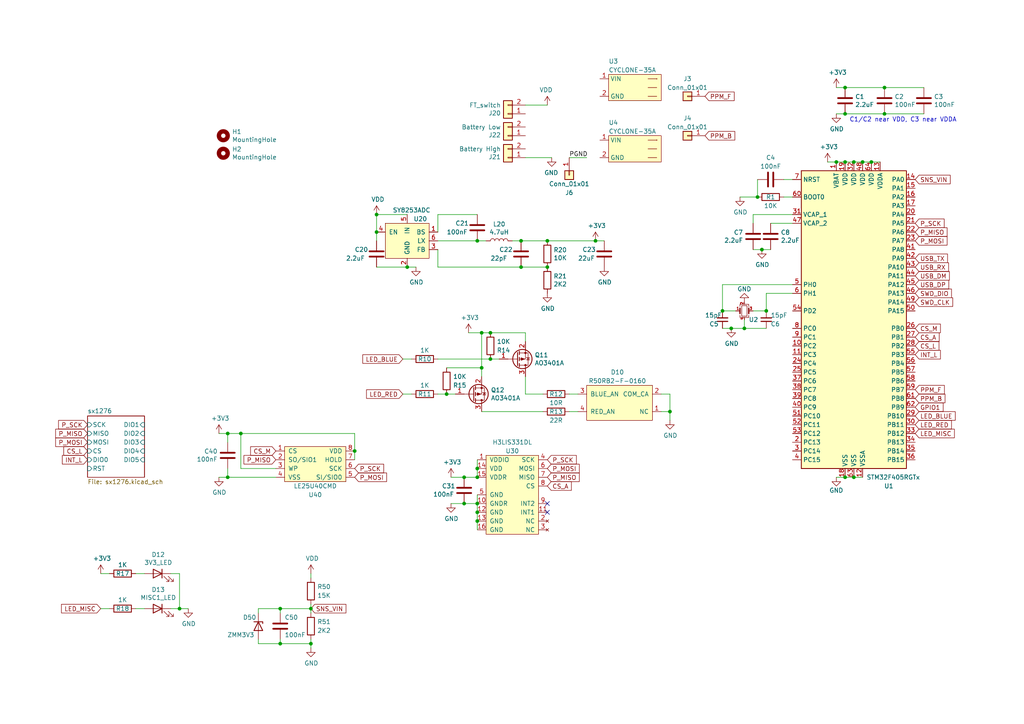
<source format=kicad_sch>
(kicad_sch (version 20211123) (generator eeschema)
  (paper "A4")
  (junction (at 151.13 69.85))
  (junction (at 212.09 95.25))
  (junction (at 247.65 46.99))
  (junction (at 109.22 67.31))
  (junction (at 256.54 25.4))
  (junction (at 66.04 125.73))
  (junction (at 158.75 77.47))
  (junction (at 138.43 138.43))
  (junction (at 250.19 46.99))
  (junction (at 139.7 106.68))
  (junction (at 245.11 25.4))
  (junction (at 209.55 90.17))
  (junction (at 138.43 151.13))
  (junction (at 219.71 57.15))
  (junction (at 134.62 138.43))
  (junction (at 142.24 96.52))
  (junction (at 134.62 146.05))
  (junction (at 215.9 95.25))
  (junction (at 350.52 179.07))
  (junction (at 102.87 130.81))
  (junction (at 138.43 148.59))
  (junction (at 52.07 176.53))
  (junction (at 90.17 176.53))
  (junction (at 256.54 33.02))
  (junction (at 252.73 46.99))
  (junction (at 245.11 46.99))
  (junction (at 151.13 77.47))
  (junction (at 220.98 72.39))
  (junction (at 142.24 104.14))
  (junction (at 90.17 186.69))
  (junction (at 81.28 176.53))
  (junction (at 109.22 62.23))
  (junction (at 138.43 146.05))
  (junction (at 245.11 33.02))
  (junction (at 350.52 184.15))
  (junction (at 194.31 119.38))
  (junction (at 139.7 96.52))
  (junction (at 158.75 69.85))
  (junction (at 129.54 114.3))
  (junction (at 245.11 138.43))
  (junction (at 247.65 138.43))
  (junction (at 138.43 135.89))
  (junction (at 81.28 186.69))
  (junction (at 222.25 90.17))
  (junction (at 69.85 125.73))
  (junction (at 138.43 69.85))
  (junction (at 172.72 69.85))
  (junction (at 66.04 138.43))
  (junction (at 242.57 46.99))
  (junction (at 118.11 77.47))
  (no_connect (at 158.75 148.59))
  (no_connect (at 158.75 146.05))
  (wire (pts (xy 31.75 176.53) (xy 29.21 176.53)))
  (wire (pts (xy 49.53 166.37) (xy 52.07 166.37)))
  (wire (pts (xy 81.28 185.42) (xy 81.28 186.69)))
  (wire (pts (xy 209.55 82.55) (xy 209.55 90.17)))
  (wire (pts (xy 158.75 69.85) (xy 172.72 69.85)))
  (wire (pts (xy 158.75 77.47) (xy 151.13 77.47)))
  (wire (pts (xy 109.22 62.23) (xy 118.11 62.23)))
  (wire (pts (xy 353.06 173.99) (xy 350.52 173.99)))
  (wire (pts (xy 138.43 69.85) (xy 140.97 69.85)))
  (wire (pts (xy 63.5 125.73) (xy 66.04 125.73)))
  (wire (pts (xy 245.11 33.02) (xy 242.57 33.02)))
  (wire (pts (xy 360.68 184.15) (xy 363.22 184.15)))
  (wire (pts (xy 152.4 45.72) (xy 160.02 45.72)))
  (wire (pts (xy 41.91 176.53) (xy 39.37 176.53)))
  (wire (pts (xy 245.11 33.02) (xy 256.54 33.02)))
  (wire (pts (xy 138.43 135.89) (xy 138.43 133.35)))
  (wire (pts (xy 142.24 104.14) (xy 144.78 104.14)))
  (wire (pts (xy 138.43 146.05) (xy 138.43 148.59)))
  (wire (pts (xy 209.55 95.25) (xy 212.09 95.25)))
  (wire (pts (xy 81.28 177.8) (xy 81.28 176.53)))
  (wire (pts (xy 194.31 114.3) (xy 194.31 119.38)))
  (wire (pts (xy 308.61 63.5) (xy 320.04 63.5)))
  (wire (pts (xy 63.5 138.43) (xy 66.04 138.43)))
  (wire (pts (xy 218.44 64.77) (xy 218.44 62.23)))
  (wire (pts (xy 52.07 176.53) (xy 52.07 166.37)))
  (wire (pts (xy 138.43 138.43) (xy 138.43 135.89)))
  (wire (pts (xy 127 77.47) (xy 127 72.39)))
  (wire (pts (xy 74.93 186.69) (xy 81.28 186.69)))
  (wire (pts (xy 90.17 187.96) (xy 90.17 186.69)))
  (wire (pts (xy 157.48 114.3) (xy 152.4 114.3)))
  (wire (pts (xy 247.65 46.99) (xy 250.19 46.99)))
  (wire (pts (xy 250.19 46.99) (xy 252.73 46.99)))
  (wire (pts (xy 139.7 96.52) (xy 139.7 106.68)))
  (wire (pts (xy 31.75 166.37) (xy 29.21 166.37)))
  (wire (pts (xy 229.87 57.15) (xy 227.33 57.15)))
  (wire (pts (xy 227.33 52.07) (xy 229.87 52.07)))
  (wire (pts (xy 350.52 184.15) (xy 353.06 184.15)))
  (wire (pts (xy 142.24 96.52) (xy 139.7 96.52)))
  (wire (pts (xy 66.04 138.43) (xy 80.01 138.43)))
  (wire (pts (xy 134.62 138.43) (xy 138.43 138.43)))
  (wire (pts (xy 363.22 173.99) (xy 360.68 173.99)))
  (wire (pts (xy 256.54 25.4) (xy 267.97 25.4)))
  (wire (pts (xy 245.11 138.43) (xy 247.65 138.43)))
  (wire (pts (xy 342.9 168.91) (xy 345.44 168.91)))
  (wire (pts (xy 229.87 64.77) (xy 223.52 64.77)))
  (wire (pts (xy 214.63 57.15) (xy 219.71 57.15)))
  (wire (pts (xy 109.22 69.85) (xy 109.22 67.31)))
  (wire (pts (xy 152.4 96.52) (xy 142.24 96.52)))
  (wire (pts (xy 74.93 185.42) (xy 74.93 186.69)))
  (wire (pts (xy 127 114.3) (xy 129.54 114.3)))
  (wire (pts (xy 138.43 148.59) (xy 138.43 151.13)))
  (wire (pts (xy 240.03 46.99) (xy 242.57 46.99)))
  (wire (pts (xy 363.22 189.23) (xy 360.68 189.23)))
  (wire (pts (xy 350.52 179.07) (xy 353.06 179.07)))
  (wire (pts (xy 209.55 82.55) (xy 229.87 82.55)))
  (wire (pts (xy 194.31 119.38) (xy 194.31 121.92)))
  (wire (pts (xy 220.98 72.39) (xy 218.44 72.39)))
  (wire (pts (xy 334.01 179.07) (xy 350.52 179.07)))
  (wire (pts (xy 69.85 125.73) (xy 66.04 125.73)))
  (wire (pts (xy 127 69.85) (xy 138.43 69.85)))
  (wire (pts (xy 334.01 171.45) (xy 345.44 171.45)))
  (wire (pts (xy 242.57 46.99) (xy 245.11 46.99)))
  (wire (pts (xy 74.93 177.8) (xy 74.93 176.53)))
  (wire (pts (xy 363.22 179.07) (xy 360.68 179.07)))
  (wire (pts (xy 303.53 60.96) (xy 320.04 60.96)))
  (wire (pts (xy 138.43 143.51) (xy 138.43 146.05)))
  (wire (pts (xy 165.1 45.72) (xy 170.18 45.72)))
  (wire (pts (xy 102.87 133.35) (xy 102.87 130.81)))
  (wire (pts (xy 334.01 135.89) (xy 335.28 135.89)))
  (wire (pts (xy 54.61 176.53) (xy 52.07 176.53)))
  (wire (pts (xy 191.77 114.3) (xy 194.31 114.3)))
  (wire (pts (xy 242.57 25.4) (xy 245.11 25.4)))
  (wire (pts (xy 334.01 184.15) (xy 350.52 184.15)))
  (wire (pts (xy 252.73 46.99) (xy 255.27 46.99)))
  (wire (pts (xy 116.84 104.14) (xy 119.38 104.14)))
  (wire (pts (xy 74.93 176.53) (xy 81.28 176.53)))
  (wire (pts (xy 135.89 96.52) (xy 139.7 96.52)))
  (wire (pts (xy 334.01 151.13) (xy 345.44 151.13)))
  (wire (pts (xy 245.11 46.99) (xy 247.65 46.99)))
  (wire (pts (xy 215.9 92.71) (xy 215.9 95.25)))
  (wire (pts (xy 218.44 62.23) (xy 229.87 62.23)))
  (wire (pts (xy 109.22 67.31) (xy 109.22 62.23)))
  (wire (pts (xy 334.01 138.43) (xy 345.44 138.43)))
  (wire (pts (xy 350.52 173.99) (xy 350.52 179.07)))
  (wire (pts (xy 353.06 189.23) (xy 350.52 189.23)))
  (wire (pts (xy 69.85 125.73) (xy 102.87 125.73)))
  (wire (pts (xy 118.11 77.47) (xy 120.65 77.47)))
  (wire (pts (xy 66.04 138.43) (xy 66.04 135.89)))
  (wire (pts (xy 167.64 119.38) (xy 165.1 119.38)))
  (wire (pts (xy 152.4 114.3) (xy 152.4 109.22)))
  (wire (pts (xy 139.7 119.38) (xy 157.48 119.38)))
  (wire (pts (xy 334.01 146.05) (xy 345.44 146.05)))
  (wire (pts (xy 247.65 138.43) (xy 250.19 138.43)))
  (wire (pts (xy 127 104.14) (xy 142.24 104.14)))
  (wire (pts (xy 342.9 135.89) (xy 345.44 135.89)))
  (wire (pts (xy 148.59 69.85) (xy 151.13 69.85)))
  (wire (pts (xy 219.71 57.15) (xy 219.71 52.07)))
  (wire (pts (xy 129.54 106.68) (xy 139.7 106.68)))
  (wire (pts (xy 151.13 69.85) (xy 158.75 69.85)))
  (wire (pts (xy 138.43 151.13) (xy 138.43 153.67)))
  (wire (pts (xy 152.4 30.48) (xy 158.75 30.48)))
  (wire (pts (xy 69.85 135.89) (xy 69.85 125.73)))
  (wire (pts (xy 90.17 177.8) (xy 90.17 176.53)))
  (wire (pts (xy 334.01 168.91) (xy 335.28 168.91)))
  (wire (pts (xy 139.7 106.68) (xy 139.7 109.22)))
  (wire (pts (xy 81.28 176.53) (xy 90.17 176.53)))
  (wire (pts (xy 222.25 90.17) (xy 222.25 85.09)))
  (wire (pts (xy 80.01 135.89) (xy 69.85 135.89)))
  (wire (pts (xy 222.25 85.09) (xy 229.87 85.09)))
  (wire (pts (xy 152.4 96.52) (xy 152.4 99.06)))
  (wire (pts (xy 245.11 138.43) (xy 242.57 138.43)))
  (wire (pts (xy 81.28 186.69) (xy 90.17 186.69)))
  (wire (pts (xy 41.91 166.37) (xy 39.37 166.37)))
  (wire (pts (xy 165.1 114.3) (xy 167.64 114.3)))
  (wire (pts (xy 130.81 138.43) (xy 134.62 138.43)))
  (wire (pts (xy 172.72 69.85) (xy 175.26 69.85)))
  (wire (pts (xy 218.44 90.17) (xy 222.25 90.17)))
  (wire (pts (xy 66.04 125.73) (xy 66.04 128.27)))
  (wire (pts (xy 129.54 114.3) (xy 132.08 114.3)))
  (wire (pts (xy 90.17 166.37) (xy 90.17 167.64)))
  (wire (pts (xy 119.38 114.3) (xy 116.84 114.3)))
  (wire (pts (xy 109.22 77.47) (xy 118.11 77.47)))
  (wire (pts (xy 127 67.31) (xy 127 62.23)))
  (wire (pts (xy 127 62.23) (xy 138.43 62.23)))
  (wire (pts (xy 209.55 90.17) (xy 213.36 90.17)))
  (wire (pts (xy 350.52 189.23) (xy 350.52 184.15)))
  (wire (pts (xy 90.17 186.69) (xy 90.17 185.42)))
  (wire (pts (xy 134.62 146.05) (xy 138.43 146.05)))
  (wire (pts (xy 223.52 72.39) (xy 220.98 72.39)))
  (wire (pts (xy 151.13 77.47) (xy 127 77.47)))
  (wire (pts (xy 212.09 95.25) (xy 215.9 95.25)))
  (wire (pts (xy 49.53 176.53) (xy 52.07 176.53)))
  (wire (pts (xy 256.54 33.02) (xy 267.97 33.02)))
  (wire (pts (xy 245.11 25.4) (xy 256.54 25.4)))
  (wire (pts (xy 90.17 176.53) (xy 90.17 175.26)))
  (wire (pts (xy 215.9 95.25) (xy 222.25 95.25)))
  (wire (pts (xy 191.77 119.38) (xy 194.31 119.38)))
  (wire (pts (xy 102.87 130.81) (xy 102.87 125.73)))
  (wire (pts (xy 130.81 146.05) (xy 134.62 146.05)))
  (text "LED     fV(V)        fC(mA)      R(ohms)\nblue     3.8          50          10\nred      2.6          50          22" (at -73.66 59.69 0) (effects (font (size 1.27 1.27)) (justify left bottom)))
  (text "C1/C2 near VDD, C3 near VDDA" (at 246.38 35.56 0) (effects (font (size 1.27 1.27)) (justify left bottom)))
  (text "Bulk Caps:\nSTM32F030        2.2uF   100nF\nSTM32F405 x2     2.2uF   100nF\nH3LIS331DL        2.2uF   100nF\nLora             2.2uF    100nF   47pF\n\n" (at -73.66 83.82 0) (effects (font (size 1.27 1.27)) (justify left bottom)))
  (text "TODO:\nsmarter pin breakouts\nImprove all footprints\n\nDONE:\nMCU with FPU\nfix LEDs\nremovable sx1276 receive\nfor usb debuging, have OTG and TTL->RS232 option\n3.5mm audio jack for prog and debug\nfix vsns resitor\nremovable current limiting - https://www.powerctc.com/en/node/4564\nmore status LEDs\nMake TRRS Footprint\nrename labels (ie. F_PPM -> PPM_F)\n\n" (at -73.66 121.92 0) (effects (font (size 1.27 1.27)) (justify left bottom)))
  (text "Switch\nSPI breakout\n\n1-9 STM32F030\n10-19 LED stuff\n20-29 3.3V regulator\n30-39 A - H3LI\n40-49 M - Flash\n50-59    Sensing\n\n100 L - SX1276         done" (at -73.66 38.1 0) (effects (font (size 1.27 1.27)) (justify left bottom)))
  (label "PGND" (at 165.1 45.72 0))
  (global_label "P_MISO" (shape input) (at 265.43 67.31 0) (property "Intersheet References" "${INTERSHEET_REFS}" (effects hide)))
  (global_label "P_SCK" (shape input) (at 320.04 68.58 180) (property "Intersheet References" "${INTERSHEET_REFS}" (effects hide)))
  (global_label "PPM_B" (shape input) (at 265.43 115.57 0) (property "Intersheet References" "${INTERSHEET_REFS}" (effects hide)))
  (global_label "LED_BLUE" (shape input) (at 265.43 120.65 0) (property "Intersheet References" "${INTERSHEET_REFS}" (effects hide)))
  (global_label "PPM_F" (shape input) (at 204.47 27.94 0) (property "Intersheet References" "${INTERSHEET_REFS}" (effects hide)))
  (global_label "GPIO1" (shape input) (at 320.04 73.66 180) (property "Intersheet References" "${INTERSHEET_REFS}" (effects hide)))
  (global_label "LED_RED" (shape input) (at 116.84 114.3 180) (property "Intersheet References" "${INTERSHEET_REFS}" (effects hide)))
  (global_label "SWD_DIO" (shape input) (at 345.44 151.13 0) (property "Intersheet References" "${INTERSHEET_REFS}" (effects hide)))
  (global_label "P_SCK" (shape input) (at 102.87 135.89 0) (property "Intersheet References" "${INTERSHEET_REFS}" (effects hide)))
  (global_label "P_MOSI" (shape input) (at 265.43 69.85 0) (property "Intersheet References" "${INTERSHEET_REFS}" (effects hide)))
  (global_label "LED_MISC" (shape input) (at 265.43 125.73 0) (property "Intersheet References" "${INTERSHEET_REFS}" (effects hide)))
  (global_label "USB_DM" (shape input) (at 265.43 80.01 0) (property "Intersheet References" "${INTERSHEET_REFS}" (effects hide)))
  (global_label "LED_RED" (shape input) (at 265.43 123.19 0) (property "Intersheet References" "${INTERSHEET_REFS}" (effects hide)))
  (global_label "PPM_B" (shape input) (at 204.47 39.37 0) (property "Intersheet References" "${INTERSHEET_REFS}" (effects hide)))
  (global_label "P_MOSI" (shape input) (at 102.87 138.43 0) (property "Intersheet References" "${INTERSHEET_REFS}" (effects hide)))
  (global_label "LED_MISC" (shape input) (at 29.21 176.53 180) (property "Intersheet References" "${INTERSHEET_REFS}" (effects hide)))
  (global_label "P_SCK" (shape input) (at 265.43 64.77 0) (property "Intersheet References" "${INTERSHEET_REFS}" (effects hide)))
  (global_label "LED_BLUE" (shape input) (at 116.84 104.14 180) (property "Intersheet References" "${INTERSHEET_REFS}" (effects hide)))
  (global_label "P_MISO" (shape input) (at 25.4 125.73 180) (property "Intersheet References" "${INTERSHEET_REFS}" (effects hide)))
  (global_label "USB_DP" (shape input) (at 363.22 184.15 0) (property "Intersheet References" "${INTERSHEET_REFS}" (effects hide)))
  (global_label "P_SCK" (shape input) (at 25.4 123.19 180) (property "Intersheet References" "${INTERSHEET_REFS}" (effects hide)))
  (global_label "P_MOSI" (shape input) (at 320.04 71.12 180) (property "Intersheet References" "${INTERSHEET_REFS}" (effects hide)))
  (global_label "CS_M" (shape input) (at 265.43 95.25 0) (property "Intersheet References" "${INTERSHEET_REFS}" (effects hide)))
  (global_label "CS_M" (shape input) (at 80.01 130.81 180) (property "Intersheet References" "${INTERSHEET_REFS}" (effects hide)))
  (global_label "P_SCK" (shape input) (at 158.75 133.35 0) (property "Intersheet References" "${INTERSHEET_REFS}" (effects hide)))
  (global_label "INT_L" (shape input) (at 25.4 133.35 180) (property "Intersheet References" "${INTERSHEET_REFS}" (effects hide)))
  (global_label "CS_L" (shape input) (at 265.43 100.33 0) (property "Intersheet References" "${INTERSHEET_REFS}" (effects hide)))
  (global_label "SWD_CLK" (shape input) (at 345.44 146.05 0) (property "Intersheet References" "${INTERSHEET_REFS}" (effects hide)))
  (global_label "P_MOSI" (shape input) (at 158.75 135.89 0) (property "Intersheet References" "${INTERSHEET_REFS}" (effects hide)))
  (global_label "P_MISO" (shape input) (at 320.04 66.04 180) (property "Intersheet References" "${INTERSHEET_REFS}" (effects hide)))
  (global_label "P_MISO" (shape input) (at 80.01 133.35 180) (property "Intersheet References" "${INTERSHEET_REFS}" (effects hide)))
  (global_label "CS_L" (shape input) (at 25.4 130.81 180) (property "Intersheet References" "${INTERSHEET_REFS}" (effects hide)))
  (global_label "INT_L" (shape input) (at 265.43 102.87 0) (property "Intersheet References" "${INTERSHEET_REFS}" (effects hide)))
  (global_label "SWD_CLK" (shape input) (at 265.43 87.63 0) (property "Intersheet References" "${INTERSHEET_REFS}" (effects hide)))
  (global_label "USB_TX" (shape input) (at 363.22 173.99 0) (property "Intersheet References" "${INTERSHEET_REFS}" (effects hide)))
  (global_label "USB_TX" (shape input) (at 265.43 74.93 0) (property "Intersheet References" "${INTERSHEET_REFS}" (effects hide)))
  (global_label "CS_A" (shape input) (at 265.43 97.79 0) (property "Intersheet References" "${INTERSHEET_REFS}" (effects hide)))
  (global_label "USB_RX" (shape input) (at 363.22 189.23 0) (property "Intersheet References" "${INTERSHEET_REFS}" (effects hide)))
  (global_label "SNS_VIN" (shape input) (at 90.17 176.53 0) (property "Intersheet References" "${INTERSHEET_REFS}" (effects hide)))
  (global_label "P_MISO" (shape input) (at 158.75 138.43 0) (property "Intersheet References" "${INTERSHEET_REFS}" (effects hide)))
  (global_label "SWD_DIO" (shape input) (at 265.43 85.09 0) (property "Intersheet References" "${INTERSHEET_REFS}" (effects hide)))
  (global_label "USB_RX" (shape input) (at 265.43 77.47 0) (property "Intersheet References" "${INTERSHEET_REFS}" (effects hide)))
  (global_label "GPIO1" (shape input) (at 265.43 118.11 0) (property "Intersheet References" "${INTERSHEET_REFS}" (effects hide)))
  (global_label "PPM_F" (shape input) (at 265.43 113.03 0) (property "Intersheet References" "${INTERSHEET_REFS}" (effects hide)))
  (global_label "P_MOSI" (shape input) (at 25.4 128.27 180) (property "Intersheet References" "${INTERSHEET_REFS}" (effects hide)))
  (global_label "CS_A" (shape input) (at 158.75 140.97 0) (property "Intersheet References" "${INTERSHEET_REFS}" (effects hide)))
  (global_label "USB_DP" (shape input) (at 265.43 82.55 0) (property "Intersheet References" "${INTERSHEET_REFS}" (effects hide)))
  (global_label "SNS_VIN" (shape input) (at 265.43 52.07 0) (property "Intersheet References" "${INTERSHEET_REFS}" (effects hide)))
  (global_label "USB_DM" (shape input) (at 363.22 179.07 0) (property "Intersheet References" "${INTERSHEET_REFS}" (effects hide)))
  (symbol (lib_id "TGD:H3LIS331DL") (at 148.59 143.51 0) (unit 1)
    (property "Reference" "U30" (at 148.59 130.81 0))
    (property "Value" "H3LIS331DL" (at 148.59 128.27 0))
    (property "Footprint" "lib_fp:TGD-TFLGA-16_3x3mm" (effects hide))
  )
  (symbol (lib_id "Device:C") (at 134.62 142.24 0) (mirror y) (unit 1)
    (property "Reference" "C31" (at 132.08 140.97 0) (effects (justify left)))
    (property "Value" "100nF" (at 131.699 143.383 0) (effects (justify left)))
    (property "Footprint" "Capacitor_SMD:C_0603_1608Metric" (effects hide))
    (property "Datasheet" "https://lcsc.com/product-detail/Multilayer-Ceramic-Capacitors-MLCC-SMD-SMT_YAGEO-CC0603KRX7R9BB104_C14663.html" (effects hide))
    (property "LCSC" "C14663" (effects hide))
  )
  (symbol (lib_id "Device:C") (at 245.11 29.21 0) (unit 1)
    (property "Reference" "C1" (at 248.031 28.0416 0) (effects (justify left)))
    (property "Value" "2.2uF" (at 248.031 30.353 0) (effects (justify left)))
    (property "Footprint" "Capacitor_SMD:C_0603_1608Metric" (effects hide))
    (property "Datasheet" "https://lcsc.com/product-detail/Multilayer-Ceramic-Capacitors-MLCC-SMD-SMT_Samsung-Electro-Mechanics-CL10A225KO8NNNC_C23630.html" (effects hide))
    (property "LCSC" "C23630	" (effects hide))
  )
  (symbol (lib_id "Device:R") (at 223.52 57.15 90) (mirror x) (unit 1)
    (property "Reference" "R1" (at 223.52 57.15 90))
    (property "Value" "10K" (at 223.52 59.69 90))
    (property "Footprint" "Resistor_SMD:R_0603_1608Metric_Pad0.98x0.95mm_HandSolder" (effects hide))
    (property "Datasheet" "https://lcsc.com/product-detail/Chip-Resistor-Surface-Mount_UNI-ROYAL-Uniroyal-Elec-0603WAF1002T5E_C25804.html" (effects hide))
    (property "LCSC" "C25804" (effects hide))
  )
  (symbol (lib_id "Device:C") (at 223.52 52.07 90) (unit 1)
    (property "Reference" "C4" (at 223.52 45.72 90))
    (property "Value" "100nF" (at 223.52 48.26 90))
    (property "Footprint" "Capacitor_SMD:C_0603_1608Metric" (effects hide))
    (property "Datasheet" "https://lcsc.com/product-detail/Multilayer-Ceramic-Capacitors-MLCC-SMD-SMT_YAGEO-CC0603KRX7R9BB104_C14663.html" (effects hide))
    (property "LCSC" "C14663" (effects hide))
  )
  (symbol (lib_id "power:GND") (at 214.63 57.15 0) (unit 1)
    (property "Reference" "#PWR0101" (effects hide))
    (property "Value" "GND" (at 214.757 61.5442 0))
  )
  (symbol (lib_id "power:+3V3") (at 240.03 46.99 0) (unit 1)
    (property "Reference" "#PWR0102" (effects hide))
    (property "Value" "+3V3" (at 240.411 42.5958 0))
  )
  (symbol (lib_id "power:GND") (at 242.57 138.43 0) (unit 1)
    (property "Reference" "#PWR0118" (effects hide))
    (property "Value" "GND" (at 242.57 142.24 0))
  )
  (symbol (lib_id "Device:C") (at 256.54 29.21 0) (unit 1)
    (property "Reference" "C2" (at 259.461 28.0416 0) (effects (justify left)))
    (property "Value" "100nF" (at 259.461 30.353 0) (effects (justify left)))
    (property "Footprint" "Capacitor_SMD:C_0603_1608Metric" (effects hide))
    (property "Datasheet" "https://lcsc.com/product-detail/Multilayer-Ceramic-Capacitors-MLCC-SMD-SMT_YAGEO-CC0603KRX7R9BB104_C14663.html" (effects hide))
    (property "LCSC" "C14663" (effects hide))
  )
  (symbol (lib_id "Device:C") (at 267.97 29.21 0) (mirror y) (unit 1)
    (property "Reference" "C3" (at 270.891 28.0416 0) (effects (justify right)))
    (property "Value" "100nF" (at 270.891 30.353 0) (effects (justify right)))
    (property "Footprint" "Capacitor_SMD:C_0603_1608Metric" (effects hide))
    (property "Datasheet" "https://lcsc.com/product-detail/Multilayer-Ceramic-Capacitors-MLCC-SMD-SMT_YAGEO-CC0603KRX7R9BB104_C14663.html" (effects hide))
    (property "LCSC" "C14663" (effects hide))
  )
  (symbol (lib_id "power:+3V3") (at 242.57 25.4 0) (unit 1)
    (property "Reference" "#PWR0103" (effects hide))
    (property "Value" "+3V3" (at 242.951 21.0058 0))
  )
  (symbol (lib_id "Device:Crystal_GND24_Small") (at 215.9 90.17 0) (mirror x) (unit 1)
    (property "Reference" "U2" (at 217.17 92.71 0) (effects (justify left)))
    (property "Value" "Crystal_GND24" (effects hide))
    (property "Footprint" "Crystal:Crystal_SMD_5032-4Pin_5.0x3.2mm" (effects hide))
    (property "Datasheet" "https://lcsc.com/product-detail/SMD-Crystal-Resonators_Abracon-LLC-ABM3B-8-000MHZ-10-1-U-T_C276420.html" (effects hide))
    (property "LCSC" "C276420" (effects hide))
  )
  (symbol (lib_id "Device:C_Small") (at 209.55 92.71 0) (mirror x) (unit 1)
    (property "Reference" "C5" (at 205.74 93.98 0) (effects (justify left)))
    (property "Value" "15pF" (at 204.47 91.44 0) (effects (justify left)))
    (property "Footprint" "Capacitor_SMD:C_0603_1608Metric" (effects hide))
    (property "Datasheet" "https://lcsc.com/product-detail/Multilayer-Ceramic-Capacitors-MLCC-SMD-SMT_Samsung-Electro-Mechanics-CL10C150JB8NNNC_C1644.html" (effects hide))
    (property "LCSC" "C1644" (effects hide))
  )
  (symbol (lib_id "Device:C_Small") (at 222.25 92.71 180) (unit 1)
    (property "Reference" "C6" (at 223.52 93.98 0) (effects (justify right)))
    (property "Value" "15pF" (at 223.52 91.44 0) (effects (justify right)))
    (property "Footprint" "Capacitor_SMD:C_0603_1608Metric" (effects hide))
    (property "Datasheet" "https://lcsc.com/product-detail/Multilayer-Ceramic-Capacitors-MLCC-SMD-SMT_Samsung-Electro-Mechanics-CL10C150JB8NNNC_C1644.html" (effects hide))
    (property "LCSC" "C1644" (effects hide))
  )
  (symbol (lib_id "power:GND") (at 215.9 87.63 0) (mirror x) (unit 1)
    (property "Reference" "#PWR0104" (effects hide))
    (property "Value" "GND" (at 215.9 83.82 0))
  )
  (symbol (lib_id "Transistor_FET:AO3401A") (at 149.86 104.14 0) (mirror x) (unit 1)
    (property "Reference" "Q11" (at 155.067 102.9716 0) (effects (justify left)))
    (property "Value" "AO3401A" (at 155.067 105.283 0) (effects (justify left)))
    (property "Footprint" "Package_TO_SOT_SMD:SOT-23" (effects hide))
    (property "Datasheet" "http://www.aosmd.com/pdfs/datasheet/AO3401A.pdf" (effects hide))
    (property "LCSC" "C15127" (effects hide))
  )
  (symbol (lib_id "Transistor_FET:AO3401A") (at 137.16 114.3 0) (mirror x) (unit 1)
    (property "Reference" "Q12" (at 142.367 113.1316 0) (effects (justify left)))
    (property "Value" "AO3401A" (at 142.367 115.443 0) (effects (justify left)))
    (property "Footprint" "Package_TO_SOT_SMD:SOT-23" (effects hide))
    (property "Datasheet" "http://www.aosmd.com/pdfs/datasheet/AO3401A.pdf" (effects hide))
    (property "LCSC" "C15127" (effects hide))
  )
  (symbol (lib_id "power:GND") (at 212.09 95.25 0) (unit 1)
    (property "Reference" "#PWR0105" (effects hide))
    (property "Value" "GND" (at 212.217 99.6442 0))
  )
  (symbol (lib_id "Device:R") (at 123.19 104.14 90) (unit 1)
    (property "Reference" "R10" (at 123.19 104.14 90))
    (property "Value" "1K" (at 123.19 101.6 90))
    (property "Footprint" "Resistor_SMD:R_0603_1608Metric_Pad0.98x0.95mm_HandSolder" (effects hide))
    (property "Datasheet" "https://lcsc.com/product-detail/Chip-Resistor-Surface-Mount_UNI-ROYAL-Uniroyal-Elec-0603WAF1001T5E_C21190.html" (effects hide))
    (property "LCSC" "C21190" (effects hide))
  )
  (symbol (lib_id "Device:R") (at 123.19 114.3 90) (unit 1)
    (property "Reference" "R11" (at 123.19 114.3 90))
    (property "Value" "1K" (at 123.19 111.76 90))
    (property "Footprint" "Resistor_SMD:R_0603_1608Metric_Pad0.98x0.95mm_HandSolder" (effects hide))
    (property "Datasheet" "https://lcsc.com/product-detail/Chip-Resistor-Surface-Mount_UNI-ROYAL-Uniroyal-Elec-0603WAF1001T5E_C21190.html" (effects hide))
    (property "LCSC" "C21190" (effects hide))
  )
  (symbol (lib_id "Device:R") (at 161.29 114.3 90) (mirror x) (unit 1)
    (property "Reference" "R12" (at 161.29 114.3 90))
    (property "Value" "10R" (at 161.29 116.84 90))
    (property "Footprint" "Resistor_SMD:R_0603_1608Metric_Pad0.98x0.95mm_HandSolder" (effects hide))
    (property "Datasheet" "https://lcsc.com/product-detail/Chip-Resistor---Surface-Mount_UNI-ROYALUniroyal-Elec-0603WAF100JT5E_C22859.html" (effects hide))
    (property "LCSC" "C22859" (effects hide))
  )
  (symbol (lib_id "power:+3V3") (at 130.81 138.43 0) (unit 1)
    (property "Reference" "#PWR0106" (effects hide))
    (property "Value" "+3V3" (at 131.191 134.0358 0))
  )
  (symbol (lib_id "power:GND") (at 130.81 146.05 0) (unit 1)
    (property "Reference" "#PWR0107" (effects hide))
    (property "Value" "GND" (at 130.937 150.4442 0))
  )
  (symbol (lib_id "Device:R") (at 161.29 119.38 90) (mirror x) (unit 1)
    (property "Reference" "R13" (at 161.29 119.38 90))
    (property "Value" "22R" (at 161.29 121.92 90))
    (property "Footprint" "Resistor_SMD:R_0603_1608Metric_Pad0.98x0.95mm_HandSolder" (effects hide))
    (property "Datasheet" "https://lcsc.com/product-detail/Chip-Resistor---Surface-Mount_UNI-ROYALUniroyal-Elec-0603WAF220JT5E_C23345.html" (effects hide))
    (property "LCSC" "C23345" (effects hide))
  )
  (symbol (lib_id "TGD:SY8253ADC") (at 118.11 69.85 0) (unit 1)
    (property "Reference" "U20" (at 121.92 63.5 0))
    (property "Value" "SY8253ADC" (at 119.38 60.96 0))
    (property "Footprint" "Package_TO_SOT_SMD:TSOT-23-6" (effects hide))
    (property "Datasheet" "https://lcsc.com/product-detail/DC-DC-Converters_Silergy-Corp-SY8253ADC_C93736.html" (effects hide))
    (property "LCSC" "C93736" (effects hide))
  )
  (symbol (lib_id "Device:C") (at 109.22 73.66 0) (mirror y) (unit 1)
    (property "Reference" "C20" (at 102.87 72.39 0) (effects (justify right)))
    (property "Value" "2.2uF" (at 100.33 74.93 0) (effects (justify right)))
    (property "Footprint" "Capacitor_SMD:C_0603_1608Metric" (effects hide))
    (property "Datasheet" "https://lcsc.com/product-detail/Multilayer-Ceramic-Capacitors-MLCC-SMD-SMT_Samsung-Electro-Mechanics-CL10A225KO8NNNC_C23630.html" (effects hide))
    (property "LCSC" "C23630	" (effects hide))
  )
  (symbol (lib_id "power:GND") (at 120.65 77.47 0) (unit 1)
    (property "Reference" "#PWR0108" (effects hide))
    (property "Value" "GND" (at 120.777 81.8642 0))
  )
  (symbol (lib_id "Device:L") (at 144.78 69.85 90) (unit 1)
    (property "Reference" "L20" (at 144.78 65.024 90))
    (property "Value" "4.7uH" (at 144.78 67.3354 90))
    (property "Footprint" "Inductor_SMD:L_1210_3225Metric" (effects hide))
    (property "Datasheet" "https://lcsc.com/product-detail/Power-Inductors_Murata-Electronics-LQH32CN4R7M23L_C86070.html" (effects hide))
    (property "LCSC" "C86070" (effects hide))
  )
  (symbol (lib_id "Device:C") (at 138.43 66.04 0) (mirror y) (unit 1)
    (property "Reference" "C21" (at 132.08 64.77 0) (effects (justify right)))
    (property "Value" "100nF" (at 129.54 67.31 0) (effects (justify right)))
    (property "Footprint" "Capacitor_SMD:C_0603_1608Metric" (effects hide))
    (property "Datasheet" "https://lcsc.com/product-detail/Multilayer-Ceramic-Capacitors-MLCC-SMD-SMT_YAGEO-CC0603KRX7R9BB104_C14663.html" (effects hide))
    (property "LCSC" "C14663" (effects hide))
  )
  (symbol (lib_id "Device:C") (at 151.13 73.66 0) (mirror y) (unit 1)
    (property "Reference" "C22" (at 144.78 72.39 0) (effects (justify right)))
    (property "Value" "22pF" (at 142.24 74.93 0) (effects (justify right)))
    (property "Footprint" "Capacitor_SMD:C_0603_1608Metric" (effects hide))
    (property "Datasheet" "https://lcsc.com/product-detail/Multilayer-Ceramic-Capacitors-MLCC-SMD-SMT_Samsung-Electro-Mechanics-CL10C220JB8NNNC_C1653.html" (effects hide))
    (property "LCSC" "C1653" (effects hide))
  )
  (symbol (lib_id "Device:R") (at 158.75 73.66 0) (unit 1)
    (property "Reference" "R20" (at 160.528 72.4916 0) (effects (justify left)))
    (property "Value" "10K" (at 160.528 74.803 0) (effects (justify left)))
    (property "Footprint" "Resistor_SMD:R_0603_1608Metric_Pad0.98x0.95mm_HandSolder" (effects hide))
    (property "Datasheet" "https://lcsc.com/product-detail/Chip-Resistor-Surface-Mount_UNI-ROYAL-Uniroyal-Elec-0603WAF1002T5E_C25804.html" (effects hide))
    (property "LCSC" "C25804" (effects hide))
  )
  (symbol (lib_id "power:GND") (at 194.31 121.92 0) (unit 1)
    (property "Reference" "#PWR0116" (effects hide))
    (property "Value" "GND" (at 194.437 126.3142 0))
  )
  (symbol (lib_id "power:+3V3") (at 135.89 96.52 0) (unit 1)
    (property "Reference" "#PWR0117" (effects hide))
    (property "Value" "+3V3" (at 136.271 92.1258 0))
  )
  (symbol (lib_id "power:GND") (at 158.75 85.09 0) (unit 1)
    (property "Reference" "#PWR0109" (effects hide))
    (property "Value" "GND" (at 158.877 89.4842 0))
  )
  (symbol (lib_id "Device:R") (at 158.75 81.28 0) (unit 1)
    (property "Reference" "R21" (at 160.528 80.1116 0) (effects (justify left)))
    (property "Value" "2K2" (at 160.528 82.423 0) (effects (justify left)))
    (property "Footprint" "Resistor_SMD:R_0603_1608Metric_Pad0.98x0.95mm_HandSolder" (effects hide))
    (property "Datasheet" "https://lcsc.com/product-detail/Chip-Resistor-Surface-Mount_UNI-ROYAL-Uniroyal-Elec-0603WAF2201T5E_C4190.html" (effects hide))
    (property "LCSC" "C4190" (effects hide))
  )
  (symbol (lib_id "Device:C") (at 175.26 73.66 0) (mirror y) (unit 1)
    (property "Reference" "C23" (at 168.91 72.39 0) (effects (justify right)))
    (property "Value" "22uF" (at 167.64 74.93 0) (effects (justify right)))
    (property "Footprint" "Capacitor_SMD:C_0603_1608Metric" (effects hide))
    (property "Datasheet" "https://lcsc.com/product-detail/Multilayer-Ceramic-Capacitors-MLCC-SMD-SMT_Samsung-Electro-Mechanics-CL10A226MQ8NRNC_C59461.html" (effects hide))
    (property "LCSC" "C59461	" (effects hide))
  )
  (symbol (lib_id "power:GND") (at 175.26 77.47 0) (unit 1)
    (property "Reference" "#PWR0110" (effects hide))
    (property "Value" "GND" (at 175.387 81.8642 0))
  )
  (symbol (lib_id "power:+3V3") (at 172.72 69.85 0) (unit 1)
    (property "Reference" "#PWR0111" (effects hide))
    (property "Value" "+3V3" (at 173.101 65.4558 0))
  )
  (symbol (lib_id "power:VDD") (at 109.22 62.23 0) (unit 1)
    (property "Reference" "#PWR0112" (effects hide))
    (property "Value" "VDD" (at 109.601 57.8358 0))
  )
  (symbol (lib_id "power:VDD") (at 90.17 166.37 0) (unit 1)
    (property "Reference" "#PWR0121" (effects hide))
    (property "Value" "VDD" (at 90.551 161.9758 0))
  )
  (symbol (lib_id "power:GND") (at 90.17 187.96 0) (unit 1)
    (property "Reference" "#PWR0122" (effects hide))
    (property "Value" "GND" (at 90.297 192.3542 0))
  )
  (symbol (lib_id "Device:R") (at 90.17 171.45 0) (mirror y) (unit 1)
    (property "Reference" "R50" (at 93.98 170.18 0))
    (property "Value" "15K" (at 93.98 172.72 0))
    (property "Footprint" "Resistor_SMD:R_0603_1608Metric_Pad0.98x0.95mm_HandSolder" (effects hide))
    (property "Datasheet" "https://lcsc.com/product-detail/Chip-Resistor-Surface-Mount_UNI-ROYAL-Uniroyal-Elec-0603WAF1502T5E_C22809.html" (effects hide))
    (property "LCSC" "C22809" (effects hide))
  )
  (symbol (lib_id "Device:R") (at 90.17 181.61 0) (mirror y) (unit 1)
    (property "Reference" "R51" (at 93.98 180.34 0))
    (property "Value" "2K2" (at 93.98 182.88 0))
    (property "Footprint" "Resistor_SMD:R_0603_1608Metric_Pad0.98x0.95mm_HandSolder" (effects hide))
    (property "Datasheet" "https://lcsc.com/product-detail/Chip-Resistor-Surface-Mount_UNI-ROYAL-Uniroyal-Elec-0603WAF2201T5E_C4190.html" (effects hide))
    (property "LCSC" "C4190" (effects hide))
  )
  (symbol (lib_id "Device:C") (at 81.28 181.61 0) (mirror y) (unit 1)
    (property "Reference" "C50" (at 82.55 179.07 0) (effects (justify right)))
    (property "Value" "100nF" (at 82.55 184.15 0) (effects (justify right)))
    (property "Footprint" "Capacitor_SMD:C_0603_1608Metric" (effects hide))
    (property "Datasheet" "https://lcsc.com/product-detail/Multilayer-Ceramic-Capacitors-MLCC-SMD-SMT_YAGEO-CC0603KRX7R9BB104_C14663.html" (effects hide))
    (property "LCSC" "C14663" (effects hide))
  )
  (symbol (lib_id "Connector_Generic:Conn_01x02") (at 147.32 39.37 180) (unit 1)
    (property "Reference" "J22" (at 145.288 39.1668 0) (effects (justify left)))
    (property "Value" "Battery Low" (at 145.288 36.8554 0) (effects (justify left)))
    (property "Footprint" "lib_fp:TGD-AMASS_XT30PW-M" (effects hide))
  )
  (symbol (lib_id "power:VDD") (at 158.75 30.48 0) (mirror y) (unit 1)
    (property "Reference" "#PWR0126" (effects hide))
    (property "Value" "VDD" (at 158.369 26.0858 0))
  )
  (symbol (lib_id "power:GND") (at 160.02 45.72 0) (mirror y) (unit 1)
    (property "Reference" "#PWR0127" (effects hide))
    (property "Value" "GND" (at 159.893 50.1142 0))
  )
  (symbol (lib_id "Connector_Generic:Conn_01x02") (at 147.32 33.02 180) (unit 1)
    (property "Reference" "J20" (at 145.288 32.8168 0) (effects (justify left)))
    (property "Value" "FT_switch" (at 145.288 30.5054 0) (effects (justify left)))
    (property "Footprint" "lib_fp:FT_Switch_Vertical" (effects hide))
  )
  (symbol (lib_id "TGD:R50RB2-F-0160") (at 180.34 116.84 180) (unit 1)
    (property "Reference" "D10" (at 179.07 107.95 0))
    (property "Value" "R50RB2-F-0160" (at 179.07 110.49 0))
    (property "Footprint" "lib_fp:R50RB2-F-0160" (effects hide))
    (property "Datasheet" "https://www.bivar.com/parts_content/Datasheets/R50RB2-F-0160.pdf" (effects hide))
  )
  (symbol (lib_id "Connector_Generic:Conn_01x02") (at 147.32 45.72 180) (unit 1)
    (property "Reference" "J21" (at 145.288 45.5168 0) (effects (justify left)))
    (property "Value" "Battery High" (at 145.288 43.2054 0) (effects (justify left)))
    (property "Footprint" "lib_fp:TGD-AMASS_XT30PW-M" (effects hide))
  )
  (symbol (lib_id "Mechanical:MountingHole") (at 64.77 39.37 0) (unit 1)
    (property "Reference" "H1" (at 67.31 38.2016 0) (effects (justify left)))
    (property "Value" "MountingHole" (at 67.31 40.513 0) (effects (justify left)))
    (property "Footprint" "lib_fp:TGD_MountingHole" (effects hide))
  )
  (symbol (lib_id "Mechanical:MountingHole") (at 64.77 44.45 0) (unit 1)
    (property "Reference" "H2" (at 67.31 43.2816 0) (effects (justify left)))
    (property "Value" "MountingHole" (at 67.31 45.593 0) (effects (justify left)))
    (property "Footprint" "lib_fp:TGD_MountingHole" (effects hide))
  )
  (symbol (lib_id "TGD:LE25U40CMD") (at 91.44 134.62 0) (unit 1)
    (property "Reference" "U40" (at 91.44 143.51 0))
    (property "Value" "LE25U40CMD" (at 91.44 140.97 0))
    (property "Footprint" "Package_SO:SOIC-8_3.9x4.9mm_P1.27mm" (effects hide))
    (property "Datasheet" "https://lcsc.com/product-detail/NOR-FLASH_ON-Semiconductor-LE25U40CMDTWG_C146750.html" (effects hide))
    (property "LCSC" "C146750" (effects hide))
  )
  (symbol (lib_id "power:+3V3") (at 63.5 125.73 0) (unit 1)
    (property "Reference" "#PWR0120" (effects hide))
    (property "Value" "+3V3" (at 63.881 121.3358 0))
  )
  (symbol (lib_id "power:GND") (at 63.5 138.43 0) (unit 1)
    (property "Reference" "#PWR0119" (effects hide))
    (property "Value" "GND" (at 63.627 142.8242 0))
  )
  (symbol (lib_id "Device:C") (at 66.04 132.08 0) (unit 1)
    (property "Reference" "C40" (at 63.119 130.9116 0) (effects (justify right)))
    (property "Value" "100nF" (at 63.119 133.223 0) (effects (justify right)))
    (property "Footprint" "Capacitor_SMD:C_0603_1608Metric" (effects hide))
    (property "Datasheet" "https://lcsc.com/product-detail/Multilayer-Ceramic-Capacitors-MLCC-SMD-SMT_YAGEO-CC0603KRX7R9BB104_C14663.html" (effects hide))
    (property "LCSC" "C14663" (effects hide))
  )
  (symbol (lib_id "power:GND") (at 303.53 60.96 0) (unit 1)
    (property "Reference" "#PWR0152" (effects hide))
    (property "Value" "GND" (at 303.657 65.3542 0))
  )
  (symbol (lib_id "power:+3V3") (at 308.61 63.5 0) (unit 1)
    (property "Reference" "#PWR0153" (effects hide))
    (property "Value" "+3V3" (at 308.991 59.1058 0))
  )
  (symbol (lib_id "MCU_ST_STM32F4:STM32F405RGTx") (at 247.65 92.71 0) (unit 1)
    (property "Reference" "U1" (at 257.81 140.97 0))
    (property "Value" "STM32F405RGTx" (at 259.08 138.43 0))
    (property "Footprint" "Package_QFP:LQFP-64_10x10mm_P0.5mm" (effects hide))
    (property "Datasheet" "http://www.st.com/st-web-ui/static/active/en/resource/technical/document/datasheet/DM00037051.pdf" (effects hide))
    (property "LCSC" "C15742" (effects hide))
  )
  (symbol (lib_id "power:GND") (at 242.57 33.02 0) (unit 1)
    (property "Reference" "#PWR0113" (effects hide))
    (property "Value" "GND" (at 242.697 37.4142 0))
  )
  (symbol (lib_id "Device:C") (at 218.44 68.58 0) (mirror y) (unit 1)
    (property "Reference" "C7" (at 215.519 67.4116 0) (effects (justify left)))
    (property "Value" "2.2uF" (at 215.519 69.723 0) (effects (justify left)))
    (property "Footprint" "Capacitor_SMD:C_0603_1608Metric" (effects hide))
    (property "Datasheet" "https://lcsc.com/product-detail/Multilayer-Ceramic-Capacitors-MLCC-SMD-SMT_Samsung-Electro-Mechanics-CL10A225KO8NNNC_C23630.html" (effects hide))
    (property "LCSC" "C23630	" (effects hide))
  )
  (symbol (lib_id "Device:C") (at 223.52 68.58 0) (unit 1)
    (property "Reference" "C8" (at 226.441 67.4116 0) (effects (justify left)))
    (property "Value" "2.2uF" (at 226.441 69.723 0) (effects (justify left)))
    (property "Footprint" "Capacitor_SMD:C_0603_1608Metric" (effects hide))
    (property "Datasheet" "https://lcsc.com/product-detail/Multilayer-Ceramic-Capacitors-MLCC-SMD-SMT_Samsung-Electro-Mechanics-CL10A225KO8NNNC_C23630.html" (effects hide))
    (property "LCSC" "C23630	" (effects hide))
  )
  (symbol (lib_id "power:GND") (at 220.98 72.39 0) (unit 1)
    (property "Reference" "#PWR0131" (effects hide))
    (property "Value" "GND" (at 221.107 76.7842 0))
  )
  (symbol (lib_id "Device:R") (at 142.24 100.33 0) (unit 1)
    (property "Reference" "R14" (at 146.05 101.6 0))
    (property "Value" "10K" (at 146.05 99.06 0))
    (property "Footprint" "Resistor_SMD:R_0603_1608Metric_Pad0.98x0.95mm_HandSolder" (effects hide))
    (property "Datasheet" "https://lcsc.com/product-detail/Chip-Resistor-Surface-Mount_UNI-ROYAL-Uniroyal-Elec-0603WAF1002T5E_C25804.html" (effects hide))
    (property "LCSC" "C25804" (effects hide))
  )
  (symbol (lib_id "Device:R") (at 129.54 110.49 0) (unit 1)
    (property "Reference" "R15" (at 133.35 111.76 0))
    (property "Value" "10K" (at 133.35 109.22 0))
    (property "Footprint" "Resistor_SMD:R_0603_1608Metric_Pad0.98x0.95mm_HandSolder" (effects hide))
    (property "Datasheet" "https://lcsc.com/product-detail/Chip-Resistor-Surface-Mount_UNI-ROYAL-Uniroyal-Elec-0603WAF1002T5E_C25804.html" (effects hide))
    (property "LCSC" "C25804" (effects hide))
  )
  (symbol (lib_id "Device:R") (at 356.87 184.15 270) (unit 1)
    (property "Reference" "R2" (at 356.87 184.15 90))
    (property "Value" "22R" (at 356.87 186.69 90))
    (property "Footprint" "Resistor_SMD:R_0603_1608Metric_Pad0.98x0.95mm_HandSolder" (effects hide))
    (property "Datasheet" "https://lcsc.com/product-detail/Chip-Resistor---Surface-Mount_UNI-ROYALUniroyal-Elec-0603WAF220JT5E_C23345.html" (effects hide))
    (property "LCSC" "C23345" (effects hide))
  )
  (symbol (lib_id "Device:R") (at 356.87 179.07 90) (unit 1)
    (property "Reference" "R3" (at 356.87 179.07 90))
    (property "Value" "22R" (at 356.87 176.53 90))
    (property "Footprint" "Resistor_SMD:R_0603_1608Metric_Pad0.98x0.95mm_HandSolder" (effects hide))
    (property "Datasheet" "https://lcsc.com/product-detail/Chip-Resistor---Surface-Mount_UNI-ROYALUniroyal-Elec-0603WAF220JT5E_C23345.html" (effects hide))
    (property "LCSC" "C23345" (effects hide))
  )
  (symbol (lib_id "Device:LED") (at 45.72 176.53 0) (mirror y) (unit 1)
    (property "Reference" "D13" (at 45.8978 171.0182 0))
    (property "Value" "MISC1_LED" (at 45.8978 173.3296 0))
    (property "Footprint" "LED_SMD:LED_0603_1608Metric_Pad1.05x0.95mm_HandSolder" (effects hide))
  )
  (symbol (lib_id "Device:R") (at 35.56 176.53 90) (unit 1)
    (property "Reference" "R18" (at 35.56 176.53 90))
    (property "Value" "1K" (at 35.56 173.99 90))
    (property "Footprint" "Resistor_SMD:R_0603_1608Metric_Pad0.98x0.95mm_HandSolder" (effects hide))
    (property "Datasheet" "https://lcsc.com/product-detail/Chip-Resistor-Surface-Mount_UNI-ROYAL-Uniroyal-Elec-0603WAF1001T5E_C21190.html" (effects hide))
    (property "LCSC" "C21190" (effects hide))
  )
  (symbol (lib_id "TGD:G-Switch-ST-0322") (at 318.77 143.51 0) (unit 1)
    (property "Reference" "J1" (at 317.5 128.27 0))
    (property "Value" "G-Switch-ST-0322" (at 317.5 130.81 0))
    (property "Footprint" "lib_fp:G-Switch-ST-TRRS" (effects hide))
    (property "Datasheet" "https://datasheet.lcsc.com/lcsc/2105241717_G-Switch-ST-0322D00-071-1A2H_C2829970.pdf" (effects hide))
    (property "LCSC" "C2829970" (effects hide))
  )
  (symbol (lib_id "Connector_Generic:Conn_01x06") (at 325.12 66.04 0) (unit 1)
    (property "Reference" "J5" (at 327.66 66.0399 0) (effects (justify left)))
    (property "Value" "Conn_01x06" (at 327.66 68.5799 0) (effects (justify left)))
    (property "Footprint" "Connector_PinHeader_2.54mm:PinHeader_1x06_P2.54mm_Vertical" (effects hide))
  )
  (symbol (lib_id "TGD:G-Switch-ST-0322") (at 318.77 176.53 0) (unit 1)
    (property "Reference" "J2" (at 317.5 161.29 0))
    (property "Value" "G-Switch-ST-0322" (at 317.5 163.83 0))
    (property "Footprint" "lib_fp:G-Switch-ST-TRRS" (effects hide))
    (property "Datasheet" "https://datasheet.lcsc.com/lcsc/2105241717_G-Switch-ST-0322D00-071-1A2H_C2829970.pdf" (effects hide))
    (property "LCSC" "C2829970" (effects hide))
  )
  (symbol (lib_id "Device:D_Zener") (at 339.09 168.91 180) (unit 1)
    (property "Reference" "D2" (at 339.09 163.83 0))
    (property "Value" "B5819W" (at 339.09 166.37 0))
    (property "Footprint" "Diode_SMD:D_SOD-123" (effects hide))
    (property "Datasheet" "https://lcsc.com/product-detail/Schottky-Barrier-Diodes-SBD_Changjiang-Electronics-Tech-CJ-B5819W_C8598.html" (effects hide))
    (property "LCSC" "C8598" (effects hide))
  )
  (symbol (lib_id "Connector_Generic:Conn_01x01") (at 199.39 27.94 180) (unit 1)
    (property "Reference" "J3" (at 199.39 22.86 0))
    (property "Value" "Conn_01x01" (at 199.39 25.4 0))
    (property "Footprint" "lib_fp:TGD_ESC_SigPad" (effects hide))
  )
  (symbol (lib_id "Device:D_Zener") (at 74.93 181.61 270) (unit 1)
    (property "Reference" "D50" (at 72.39 179.07 90))
    (property "Value" "ZMM3V3" (at 69.85 184.15 90))
    (property "Footprint" "Diode_SMD:D_MiniMELF" (effects hide))
    (property "Datasheet" "https://lcsc.com/product-detail/Zener-Diodes_ST-Semtech-ZMM3V3_C8056.html" (effects hide))
    (property "LCSC" "C8056" (effects hide))
  )
  (symbol (lib_id "power:GND") (at 54.61 176.53 0) (unit 1)
    (property "Reference" "#PWR0151" (effects hide))
    (property "Value" "GND" (at 54.737 180.9242 0))
  )
  (symbol (lib_id "Device:LED") (at 45.72 166.37 0) (mirror y) (unit 1)
    (property "Reference" "D12" (at 45.8978 160.8582 0))
    (property "Value" "3V3_LED" (at 45.8978 163.1696 0))
    (property "Footprint" "LED_SMD:LED_0603_1608Metric_Pad1.05x0.95mm_HandSolder" (effects hide))
  )
  (symbol (lib_id "power:GND") (at 345.44 171.45 0) (unit 1)
    (property "Reference" "#PWR0128" (effects hide))
    (property "Value" "GND" (at 345.567 175.8442 0))
  )
  (symbol (lib_id "power:+3V3") (at 29.21 166.37 0) (unit 1)
    (property "Reference" "#PWR0154" (effects hide))
    (property "Value" "+3V3" (at 29.591 161.9758 0))
  )
  (symbol (lib_id "Device:D_Zener") (at 339.09 135.89 180) (unit 1)
    (property "Reference" "D1" (at 339.09 130.81 0))
    (property "Value" "B5819W" (at 339.09 133.35 0))
    (property "Footprint" "Diode_SMD:D_SOD-123" (effects hide))
    (property "Datasheet" "https://lcsc.com/product-detail/Schottky-Barrier-Diodes-SBD_Changjiang-Electronics-Tech-CJ-B5819W_C8598.html" (effects hide))
    (property "LCSC" "C8598" (effects hide))
  )
  (symbol (lib_id "Device:R") (at 35.56 166.37 90) (unit 1)
    (property "Reference" "R17" (at 35.56 166.37 90))
    (property "Value" "1K" (at 35.56 163.83 90))
    (property "Footprint" "Resistor_SMD:R_0603_1608Metric_Pad0.98x0.95mm_HandSolder" (effects hide))
    (property "Datasheet" "https://lcsc.com/product-detail/Chip-Resistor-Surface-Mount_UNI-ROYAL-Uniroyal-Elec-0603WAF1001T5E_C21190.html" (effects hide))
    (property "LCSC" "C21190" (effects hide))
  )
  (symbol (lib_id "power:VDD") (at 345.44 168.91 0) (unit 1)
    (property "Reference" "#PWR0129" (effects hide))
    (property "Value" "VDD" (at 345.821 164.5158 0))
  )
  (symbol (lib_id "power:GND") (at 345.44 138.43 0) (unit 1)
    (property "Reference" "#PWR0130" (effects hide))
    (property "Value" "GND" (at 345.567 142.8242 0))
  )
  (symbol (lib_id "TGD:CYCLONE-35A") (at 184.15 43.18 0) (mirror y) (unit 1)
    (property "Reference" "U4" (at 176.53 35.56 0) (effects (justify right)))
    (property "Value" "CYCLONE-35A" (at 176.53 38.1 0) (effects (justify right)))
    (property "Footprint" "lib_fp:TGD-ESC-CYCLONE-35A" (effects hide))
    (property "Datasheet" "https://www.amazon.com/ICQUANZX-Electronic-Controller-Multicopter-Quadcopter/dp/B081YZKPWC/ref=rvi_2/143-8927884-6498146?pd_rd_w=DGgfw&pf_rd_p=f5690a4d-f2bb-45d9-9d1b-736fee412437&pf_rd_r=ZTCXDR6JKZ6KNSGBQKSS&pd_rd_r=dfb432a8-7294-495d-bb52-5082fb079a2e&pd_rd_wg=8jYtZ&pd_rd_i=B081YZKPWC&psc=1" (effects hide))
  )
  (symbol (lib_id "TGD:CYCLONE-35A") (at 184.15 25.4 0) (mirror y) (unit 1)
    (property "Reference" "U3" (at 176.53 17.78 0) (effects (justify right)))
    (property "Value" "CYCLONE-35A" (at 176.53 20.32 0) (effects (justify right)))
    (property "Footprint" "lib_fp:TGD-ESC-CYCLONE-35A" (effects hide))
    (property "Datasheet" "https://www.amazon.com/ICQUANZX-Electronic-Controller-Multicopter-Quadcopter/dp/B081YZKPWC/ref=rvi_2/143-8927884-6498146?pd_rd_w=DGgfw&pf_rd_p=f5690a4d-f2bb-45d9-9d1b-736fee412437&pf_rd_r=ZTCXDR6JKZ6KNSGBQKSS&pd_rd_r=dfb432a8-7294-495d-bb52-5082fb079a2e&pd_rd_wg=8jYtZ&pd_rd_i=B081YZKPWC&psc=1" (effects hide))
  )
  (symbol (lib_id "Connector_Generic:Conn_01x01") (at 199.39 39.37 180) (unit 1)
    (property "Reference" "J4" (at 199.39 34.29 0))
    (property "Value" "Conn_01x01" (at 199.39 36.83 0))
    (property "Footprint" "lib_fp:TGD_ESC_SigPad" (effects hide))
  )
  (symbol (lib_id "power:VDD") (at 345.44 135.89 0) (unit 1)
    (property "Reference" "#PWR0114" (effects hide))
    (property "Value" "VDD" (at 345.821 131.4958 0))
  )
  (symbol (lib_id "Jumper:SolderJumper_2_Open") (at 356.87 189.23 0) (mirror x) (unit 1)
    (property "Reference" "JP2" (at 356.87 191.77 0))
    (property "Value" "SolderJumper_2_Open" (effects hide))
    (property "Footprint" "lib_fp:TGD_SolderJumper" (effects hide))
  )
  (symbol (lib_id "Jumper:SolderJumper_2_Open") (at 356.87 173.99 0) (mirror x) (unit 1)
    (property "Reference" "JP3" (at 356.87 171.45 0))
    (property "Value" "SolderJumper_2_Open" (effects hide))
    (property "Footprint" "lib_fp:TGD_SolderJumper" (effects hide))
  )
  (symbol (lib_id "Connector_Generic:Conn_01x01") (at 165.1 50.8 270) (unit 1)
    (property "Reference" "J6" (at 165.1 55.88 90))
    (property "Value" "Conn_01x01" (at 165.1 53.34 90))
    (property "Footprint" "lib_fp:TGD_ESC_PwrPad" (effects hide))
  )
  (sheet (at 25.4 120.65) (size 16.51 17.78)
    (property "Sheet name" "sx1276" (at 25.4 119.9384 0) (effects (justify left bottom)))
    (property "Sheet file" "sx1276.kicad_sch" (at 25.4 139.0146 0) (effects (justify left top)))
    (pin "DIO0" input (at 25.4 133.35 180))
    (pin "DIO1" input (at 41.91 123.19 0))
    (pin "DIO2" input (at 41.91 125.73 0))
    (pin "DIO3" input (at 41.91 128.27 0))
    (pin "DIO4" input (at 41.91 130.81 0))
    (pin "DIO5" input (at 41.91 133.35 0))
    (pin "SCK" input (at 25.4 123.19 180))
    (pin "MISO" input (at 25.4 125.73 180))
    (pin "MOSI" input (at 25.4 128.27 180))
    (pin "CS" input (at 25.4 130.81 180))
    (pin "RST" input (at 25.4 135.89 180))
  )
)
</source>
